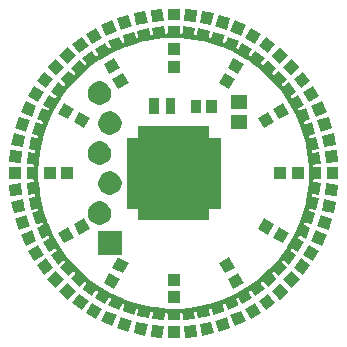
<source format=gts>
G04 #@! TF.GenerationSoftware,KiCad,Pcbnew,5.0.2-bee76a0~70~ubuntu18.04.1*
G04 #@! TF.CreationDate,2019-09-23T19:43:07+01:00*
G04 #@! TF.ProjectId,charliewatch-norf-routed,63686172-6c69-4657-9761-7463682d6e6f,rev?*
G04 #@! TF.SameCoordinates,Original*
G04 #@! TF.FileFunction,Soldermask,Top*
G04 #@! TF.FilePolarity,Negative*
%FSLAX46Y46*%
G04 Gerber Fmt 4.6, Leading zero omitted, Abs format (unit mm)*
G04 Created by KiCad (PCBNEW 5.0.2-bee76a0~70~ubuntu18.04.1) date Mon 23 Sep 2019 19:43:07 BST*
%MOMM*%
%LPD*%
G01*
G04 APERTURE LIST*
%ADD10C,0.100000*%
G04 APERTURE END LIST*
D10*
G36*
X149002700Y-118955200D02*
X147999500Y-118955200D01*
X147999500Y-117952000D01*
X149002700Y-117952000D01*
X149002700Y-118955200D01*
X149002700Y-118955200D01*
G37*
G36*
X147645569Y-117934489D02*
X147540706Y-118932194D01*
X146543001Y-118827331D01*
X146647864Y-117829626D01*
X147645569Y-117934489D01*
X147645569Y-117934489D01*
G37*
G36*
X150459198Y-118827331D02*
X149461493Y-118932194D01*
X149356630Y-117934489D01*
X150354335Y-117829626D01*
X150459198Y-118827331D01*
X150459198Y-118827331D01*
G37*
G36*
X146298494Y-117774001D02*
X146089917Y-118755280D01*
X145108638Y-118546703D01*
X145317215Y-117565424D01*
X146298494Y-117774001D01*
X146298494Y-117774001D01*
G37*
G36*
X151893562Y-118546703D02*
X150912283Y-118755280D01*
X150703706Y-117774001D01*
X151684985Y-117565424D01*
X151893562Y-118546703D01*
X151893562Y-118546703D01*
G37*
G36*
X144977090Y-117472545D02*
X144667084Y-118426645D01*
X143712984Y-118116639D01*
X144022990Y-117162539D01*
X144977090Y-117472545D01*
X144977090Y-117472545D01*
G37*
G36*
X153289216Y-118116639D02*
X152335116Y-118426645D01*
X152025110Y-117472545D01*
X152979210Y-117162539D01*
X153289216Y-118116639D01*
X153289216Y-118116639D01*
G37*
G36*
X143691942Y-117037263D02*
X143283903Y-117953732D01*
X142367434Y-117545693D01*
X142775473Y-116629224D01*
X143691942Y-117037263D01*
X143691942Y-117037263D01*
G37*
G36*
X154634765Y-117545693D02*
X153718296Y-117953732D01*
X153310257Y-117037263D01*
X154226726Y-116629224D01*
X154634765Y-117545693D01*
X154634765Y-117545693D01*
G37*
G36*
X149002700Y-93054997D02*
X149005102Y-93079383D01*
X149012215Y-93102832D01*
X149023766Y-93124443D01*
X149039312Y-93143385D01*
X149058254Y-93158931D01*
X149079865Y-93170482D01*
X149103314Y-93177595D01*
X149127700Y-93179997D01*
X149152086Y-93177595D01*
X149175535Y-93170482D01*
X149197146Y-93158931D01*
X149216088Y-93143385D01*
X149231634Y-93124443D01*
X149243185Y-93102832D01*
X149252015Y-93068063D01*
X149304701Y-92566789D01*
X150302406Y-92671652D01*
X150250350Y-93166935D01*
X150250189Y-93191439D01*
X150254813Y-93215503D01*
X150264042Y-93238203D01*
X150277522Y-93258666D01*
X150294735Y-93276106D01*
X150315020Y-93289853D01*
X150337597Y-93299379D01*
X150361599Y-93304316D01*
X150386103Y-93304477D01*
X150410167Y-93299853D01*
X150432867Y-93290624D01*
X150453330Y-93277144D01*
X150470770Y-93259931D01*
X150484517Y-93239646D01*
X150496933Y-93205990D01*
X150600415Y-92719143D01*
X151581694Y-92927720D01*
X151480383Y-93404349D01*
X151477662Y-93428702D01*
X151479744Y-93453117D01*
X151486550Y-93476658D01*
X151497817Y-93498418D01*
X151513113Y-93517562D01*
X151531850Y-93533354D01*
X151553308Y-93545187D01*
X151576662Y-93552606D01*
X151601015Y-93555327D01*
X151625430Y-93553245D01*
X151648971Y-93546439D01*
X151670731Y-93535172D01*
X151689875Y-93519876D01*
X151705667Y-93501139D01*
X151721533Y-93468965D01*
X151871590Y-93007139D01*
X152825690Y-93317145D01*
X152757016Y-93528503D01*
X152671553Y-93791529D01*
X152666301Y-93815464D01*
X152665820Y-93839963D01*
X152670128Y-93864086D01*
X152679059Y-93886905D01*
X152692270Y-93907543D01*
X152709254Y-93925207D01*
X152729357Y-93939218D01*
X152751808Y-93949038D01*
X152775743Y-93954290D01*
X152800242Y-93954771D01*
X152824365Y-93950463D01*
X152847184Y-93941532D01*
X152867822Y-93928321D01*
X152885486Y-93911337D01*
X152904628Y-93880998D01*
X153108192Y-93423787D01*
X154024661Y-93831826D01*
X153823920Y-94282697D01*
X153816195Y-94305952D01*
X153813156Y-94330267D01*
X153814918Y-94354708D01*
X153821415Y-94378335D01*
X153832397Y-94400241D01*
X153847441Y-94419583D01*
X153865970Y-94435619D01*
X153887271Y-94447732D01*
X153910526Y-94455457D01*
X153934841Y-94458496D01*
X153959282Y-94456734D01*
X153982909Y-94450237D01*
X154004815Y-94439255D01*
X154024157Y-94424211D01*
X154046366Y-94396039D01*
X154292501Y-93969720D01*
X155161299Y-94471320D01*
X154913199Y-94901043D01*
X154903086Y-94923363D01*
X154897521Y-94947227D01*
X154896720Y-94971718D01*
X154900711Y-94995895D01*
X154909343Y-95018829D01*
X154922283Y-95039638D01*
X154939034Y-95057523D01*
X154958952Y-95071796D01*
X154981272Y-95081909D01*
X155005136Y-95087474D01*
X155029627Y-95088275D01*
X155053804Y-95084284D01*
X155076738Y-95075652D01*
X155097547Y-95062712D01*
X155122579Y-95037016D01*
X155135793Y-95018829D01*
X155414350Y-94635427D01*
X156225956Y-95225093D01*
X155935334Y-95625100D01*
X155922943Y-95646241D01*
X155914915Y-95669392D01*
X155911557Y-95693666D01*
X155913000Y-95718127D01*
X155919187Y-95741838D01*
X155929881Y-95763885D01*
X155944671Y-95783423D01*
X155962988Y-95799700D01*
X155984129Y-95812091D01*
X156007280Y-95820119D01*
X156031554Y-95823477D01*
X156056015Y-95822034D01*
X156079726Y-95815847D01*
X156101773Y-95805153D01*
X156129354Y-95782214D01*
X156460967Y-95413921D01*
X157206490Y-96085194D01*
X156876667Y-96451499D01*
X156862134Y-96471228D01*
X156851730Y-96493414D01*
X156845854Y-96517203D01*
X156844731Y-96541682D01*
X156848406Y-96565909D01*
X156856737Y-96588954D01*
X156869403Y-96609931D01*
X156885919Y-96628033D01*
X156905648Y-96642566D01*
X156927834Y-96652970D01*
X156951623Y-96658846D01*
X156976102Y-96659969D01*
X157000329Y-96656294D01*
X157023374Y-96647963D01*
X157053201Y-96628033D01*
X157419506Y-96298210D01*
X158090779Y-97043733D01*
X157722486Y-97375346D01*
X157705970Y-97393448D01*
X157693304Y-97414425D01*
X157684973Y-97437470D01*
X157681298Y-97461697D01*
X157682421Y-97486176D01*
X157688297Y-97509965D01*
X157698701Y-97532151D01*
X157713234Y-97551880D01*
X157731336Y-97568396D01*
X157752313Y-97581062D01*
X157775358Y-97589393D01*
X157799585Y-97593068D01*
X157824064Y-97591945D01*
X157847853Y-97586069D01*
X157879600Y-97569366D01*
X157879606Y-97569362D01*
X158279607Y-97278744D01*
X158869273Y-98090350D01*
X158520977Y-98343402D01*
X158467684Y-98382121D01*
X158449367Y-98398398D01*
X158434577Y-98417936D01*
X158423883Y-98439983D01*
X158417696Y-98463694D01*
X158416253Y-98488155D01*
X158419611Y-98512429D01*
X158427639Y-98535580D01*
X158440030Y-98556721D01*
X158456307Y-98575038D01*
X158475845Y-98589828D01*
X158497892Y-98600522D01*
X158521603Y-98606709D01*
X158546064Y-98608152D01*
X158570338Y-98604794D01*
X158603657Y-98591501D01*
X159033380Y-98343401D01*
X159534980Y-99212199D01*
X159108661Y-99458334D01*
X159088743Y-99472607D01*
X159071992Y-99490492D01*
X159059052Y-99511301D01*
X159050420Y-99534235D01*
X159046429Y-99558412D01*
X159047230Y-99582903D01*
X159052795Y-99606767D01*
X159062908Y-99629087D01*
X159077181Y-99649005D01*
X159095066Y-99665756D01*
X159115875Y-99678696D01*
X159138809Y-99687328D01*
X159162986Y-99691319D01*
X159187477Y-99690518D01*
X159222003Y-99680780D01*
X159672874Y-99480039D01*
X160080913Y-100396508D01*
X159623702Y-100600072D01*
X159602401Y-100612185D01*
X159583872Y-100628221D01*
X159568828Y-100647563D01*
X159557846Y-100669469D01*
X159551349Y-100693096D01*
X159549587Y-100717537D01*
X159552626Y-100741852D01*
X159560351Y-100765107D01*
X159572464Y-100786408D01*
X159588500Y-100804937D01*
X159607842Y-100819981D01*
X159629748Y-100830963D01*
X159653375Y-100837460D01*
X159677816Y-100839222D01*
X159713169Y-100833147D01*
X160187555Y-100679010D01*
X160497561Y-101633110D01*
X160035735Y-101783167D01*
X160013284Y-101792987D01*
X159993181Y-101806998D01*
X159976197Y-101824662D01*
X159962986Y-101845300D01*
X159954055Y-101868119D01*
X159949747Y-101892242D01*
X159950228Y-101916741D01*
X159955480Y-101940676D01*
X159965300Y-101963127D01*
X159979311Y-101983230D01*
X159996975Y-102000214D01*
X160017613Y-102013425D01*
X160040432Y-102022356D01*
X160064555Y-102026664D01*
X160100351Y-102024317D01*
X160576980Y-101923006D01*
X160785557Y-102904285D01*
X160298710Y-103007767D01*
X160275356Y-103015186D01*
X160253898Y-103027019D01*
X160235161Y-103042811D01*
X160219865Y-103061955D01*
X160208598Y-103083715D01*
X160201792Y-103107255D01*
X160199710Y-103131671D01*
X160202431Y-103156024D01*
X160209850Y-103179378D01*
X160221683Y-103200836D01*
X160237475Y-103219573D01*
X160256619Y-103234869D01*
X160278379Y-103246136D01*
X160301919Y-103252942D01*
X160337765Y-103254350D01*
X160833048Y-103202294D01*
X160937911Y-104199999D01*
X160436637Y-104252685D01*
X160412635Y-104257623D01*
X160390058Y-104267148D01*
X160369773Y-104280895D01*
X160352560Y-104298335D01*
X160339080Y-104318798D01*
X160329851Y-104341498D01*
X160325227Y-104365562D01*
X160325388Y-104390066D01*
X160330326Y-104414068D01*
X160339851Y-104436645D01*
X160353598Y-104456930D01*
X160371038Y-104474143D01*
X160391501Y-104487623D01*
X160414201Y-104496852D01*
X160449703Y-104502000D01*
X160952700Y-104502000D01*
X160952700Y-105505200D01*
X160449694Y-105505200D01*
X160425308Y-105507602D01*
X160401859Y-105514715D01*
X160380248Y-105526266D01*
X160361306Y-105541812D01*
X160345760Y-105560754D01*
X160334209Y-105582365D01*
X160327096Y-105605814D01*
X160324694Y-105630200D01*
X160327096Y-105654586D01*
X160334209Y-105678035D01*
X160345760Y-105699646D01*
X160361306Y-105718588D01*
X160380248Y-105734134D01*
X160401859Y-105745685D01*
X160436628Y-105754515D01*
X160937911Y-105807202D01*
X160833048Y-106804907D01*
X160337775Y-106752852D01*
X160313271Y-106752691D01*
X160289207Y-106757315D01*
X160266507Y-106766544D01*
X160246044Y-106780024D01*
X160228604Y-106797237D01*
X160214857Y-106817522D01*
X160205331Y-106840099D01*
X160200394Y-106864101D01*
X160200233Y-106888605D01*
X160204857Y-106912669D01*
X160214086Y-106935369D01*
X160227566Y-106955832D01*
X160244779Y-106973272D01*
X160265064Y-106987019D01*
X160298720Y-106999435D01*
X160785557Y-107102915D01*
X160576980Y-108084194D01*
X160100351Y-107982883D01*
X160075998Y-107980162D01*
X160051583Y-107982244D01*
X160028042Y-107989050D01*
X160006282Y-108000317D01*
X159987138Y-108015613D01*
X159971346Y-108034350D01*
X159959513Y-108055808D01*
X159952094Y-108079162D01*
X159949373Y-108103515D01*
X159951455Y-108127930D01*
X159958261Y-108151471D01*
X159969528Y-108173231D01*
X159984824Y-108192375D01*
X160003561Y-108208167D01*
X160035735Y-108224033D01*
X160497561Y-108374090D01*
X160187555Y-109328190D01*
X159713163Y-109174051D01*
X159689228Y-109168799D01*
X159664729Y-109168318D01*
X159640606Y-109172626D01*
X159617787Y-109181557D01*
X159597149Y-109194768D01*
X159579485Y-109211752D01*
X159565474Y-109231855D01*
X159555654Y-109254306D01*
X159550402Y-109278241D01*
X159549921Y-109302740D01*
X159554229Y-109326863D01*
X159563160Y-109349682D01*
X159576371Y-109370320D01*
X159593355Y-109387984D01*
X159623692Y-109407125D01*
X160080913Y-109610693D01*
X159672874Y-110527162D01*
X159255750Y-110341446D01*
X159222009Y-110326424D01*
X159198755Y-110318699D01*
X159174440Y-110315660D01*
X159149999Y-110317422D01*
X159126372Y-110323919D01*
X159104466Y-110334901D01*
X159085124Y-110349945D01*
X159069088Y-110368474D01*
X159056975Y-110389775D01*
X159049250Y-110413030D01*
X159046211Y-110437345D01*
X159047973Y-110461786D01*
X159054470Y-110485413D01*
X159065452Y-110507319D01*
X159080496Y-110526661D01*
X159108668Y-110548870D01*
X159534980Y-110795001D01*
X159033380Y-111663799D01*
X158603651Y-111415695D01*
X158581331Y-111405582D01*
X158557467Y-111400017D01*
X158532976Y-111399216D01*
X158508799Y-111403207D01*
X158485865Y-111411839D01*
X158465056Y-111424779D01*
X158447171Y-111441530D01*
X158432898Y-111461448D01*
X158422785Y-111483768D01*
X158417220Y-111507632D01*
X158416419Y-111532123D01*
X158420410Y-111556300D01*
X158429042Y-111579234D01*
X158441982Y-111600043D01*
X158467678Y-111625075D01*
X158520977Y-111663799D01*
X158869273Y-111916851D01*
X158279607Y-112728457D01*
X158027799Y-112545508D01*
X157879600Y-112437835D01*
X157858459Y-112425444D01*
X157835308Y-112417416D01*
X157811034Y-112414058D01*
X157786573Y-112415501D01*
X157762862Y-112421688D01*
X157740815Y-112432382D01*
X157721277Y-112447172D01*
X157705000Y-112465489D01*
X157692609Y-112486630D01*
X157684581Y-112509781D01*
X157681223Y-112534055D01*
X157682666Y-112558516D01*
X157688853Y-112582227D01*
X157699547Y-112604274D01*
X157722486Y-112631855D01*
X158090779Y-112963468D01*
X157419506Y-113708991D01*
X157053201Y-113379168D01*
X157033472Y-113364635D01*
X157011286Y-113354231D01*
X156987497Y-113348355D01*
X156963018Y-113347232D01*
X156938791Y-113350907D01*
X156915746Y-113359238D01*
X156894769Y-113371904D01*
X156876667Y-113388420D01*
X156862134Y-113408149D01*
X156851730Y-113430335D01*
X156845854Y-113454124D01*
X156844731Y-113478603D01*
X156848406Y-113502830D01*
X156856737Y-113525875D01*
X156876667Y-113555702D01*
X157206490Y-113922007D01*
X156460967Y-114593280D01*
X156129358Y-114224992D01*
X156111255Y-114208476D01*
X156090279Y-114195810D01*
X156067234Y-114187479D01*
X156043007Y-114183804D01*
X156018528Y-114184927D01*
X155994739Y-114190803D01*
X155972553Y-114201207D01*
X155952824Y-114215740D01*
X155936308Y-114233843D01*
X155923642Y-114254819D01*
X155915311Y-114277864D01*
X155911636Y-114302091D01*
X155912759Y-114326570D01*
X155918635Y-114350359D01*
X155935337Y-114382104D01*
X156225956Y-114782107D01*
X155414350Y-115371773D01*
X155221369Y-115106157D01*
X155122574Y-114970178D01*
X155106302Y-114951867D01*
X155086764Y-114937077D01*
X155064717Y-114926383D01*
X155041006Y-114920196D01*
X155016545Y-114918753D01*
X154992271Y-114922111D01*
X154969120Y-114930139D01*
X154947979Y-114942530D01*
X154929662Y-114958807D01*
X154914872Y-114978345D01*
X154904178Y-115000392D01*
X154897991Y-115024103D01*
X154896548Y-115048564D01*
X154899906Y-115072838D01*
X154913199Y-115106157D01*
X155161299Y-115535880D01*
X154292501Y-116037480D01*
X154046364Y-115611157D01*
X154032091Y-115591239D01*
X154014206Y-115574488D01*
X153993397Y-115561548D01*
X153970463Y-115552916D01*
X153946286Y-115548925D01*
X153921795Y-115549726D01*
X153897931Y-115555291D01*
X153875611Y-115565404D01*
X153855693Y-115579677D01*
X153838942Y-115597562D01*
X153826002Y-115618371D01*
X153817370Y-115641305D01*
X153813379Y-115665482D01*
X153814180Y-115689973D01*
X153823918Y-115724499D01*
X153974564Y-116062855D01*
X154024661Y-116175375D01*
X153108192Y-116583414D01*
X153065409Y-116487322D01*
X152904628Y-116126202D01*
X152892517Y-116104905D01*
X152876481Y-116086376D01*
X152857139Y-116071332D01*
X152835233Y-116060350D01*
X152811606Y-116053853D01*
X152787165Y-116052091D01*
X152762850Y-116055130D01*
X152739595Y-116062855D01*
X152718294Y-116074968D01*
X152699765Y-116091004D01*
X152684721Y-116110346D01*
X152673739Y-116132252D01*
X152667242Y-116155879D01*
X152665480Y-116180320D01*
X152671555Y-116215675D01*
X152776360Y-116538233D01*
X152825690Y-116690055D01*
X151871590Y-117000061D01*
X151833473Y-116882749D01*
X151721533Y-116538232D01*
X151711713Y-116515782D01*
X151697702Y-116495679D01*
X151680038Y-116478695D01*
X151659400Y-116465484D01*
X151636581Y-116456553D01*
X151612458Y-116452245D01*
X151587959Y-116452726D01*
X151564024Y-116457978D01*
X151541573Y-116467798D01*
X151521470Y-116481809D01*
X151504486Y-116499473D01*
X151491275Y-116520111D01*
X151482344Y-116542930D01*
X151478036Y-116567053D01*
X151480383Y-116602849D01*
X151581694Y-117079481D01*
X150600415Y-117288058D01*
X150496933Y-116801211D01*
X150489514Y-116777857D01*
X150477681Y-116756399D01*
X150461889Y-116737662D01*
X150442745Y-116722366D01*
X150420985Y-116711099D01*
X150397445Y-116704293D01*
X150373029Y-116702211D01*
X150348676Y-116704932D01*
X150325322Y-116712351D01*
X150303864Y-116724184D01*
X150285127Y-116739976D01*
X150269831Y-116759120D01*
X150258564Y-116780880D01*
X150251758Y-116804420D01*
X150250350Y-116840266D01*
X150302406Y-117335549D01*
X149304701Y-117440412D01*
X149252015Y-116939138D01*
X149247077Y-116915136D01*
X149237552Y-116892559D01*
X149223805Y-116872274D01*
X149206365Y-116855061D01*
X149185902Y-116841581D01*
X149163202Y-116832352D01*
X149139138Y-116827728D01*
X149114634Y-116827889D01*
X149090632Y-116832827D01*
X149068055Y-116842352D01*
X149047770Y-116856099D01*
X149030557Y-116873539D01*
X149017077Y-116894002D01*
X149007848Y-116916702D01*
X149002700Y-116952204D01*
X149002700Y-117455200D01*
X147999500Y-117455200D01*
X147999500Y-116952195D01*
X147997098Y-116927809D01*
X147989985Y-116904360D01*
X147978434Y-116882749D01*
X147962888Y-116863807D01*
X147943946Y-116848261D01*
X147922335Y-116836710D01*
X147898886Y-116829597D01*
X147874500Y-116827195D01*
X147850114Y-116829597D01*
X147826665Y-116836710D01*
X147805054Y-116848261D01*
X147786112Y-116863807D01*
X147770566Y-116882749D01*
X147759015Y-116904360D01*
X147750185Y-116939129D01*
X147697498Y-117440412D01*
X146699793Y-117335549D01*
X146751848Y-116840276D01*
X146752009Y-116815772D01*
X146747385Y-116791708D01*
X146738156Y-116769008D01*
X146724676Y-116748545D01*
X146707463Y-116731105D01*
X146687178Y-116717358D01*
X146664601Y-116707832D01*
X146640599Y-116702895D01*
X146616095Y-116702734D01*
X146592031Y-116707358D01*
X146569331Y-116716587D01*
X146548868Y-116730067D01*
X146531428Y-116747280D01*
X146517681Y-116767565D01*
X146505265Y-116801221D01*
X146401785Y-117288058D01*
X145420506Y-117079481D01*
X145521817Y-116602849D01*
X145524538Y-116578496D01*
X145522456Y-116554081D01*
X145515650Y-116530540D01*
X145504383Y-116508780D01*
X145489087Y-116489636D01*
X145470350Y-116473844D01*
X145448892Y-116462011D01*
X145425538Y-116454592D01*
X145401185Y-116451871D01*
X145376770Y-116453953D01*
X145353229Y-116460759D01*
X145331469Y-116472026D01*
X145312325Y-116487322D01*
X145296533Y-116506059D01*
X145280667Y-116538233D01*
X145130610Y-117000061D01*
X144176510Y-116690055D01*
X144330648Y-116215667D01*
X144335900Y-116191732D01*
X144336381Y-116167233D01*
X144332073Y-116143110D01*
X144323142Y-116120291D01*
X144309931Y-116099653D01*
X144292947Y-116081989D01*
X144272844Y-116067978D01*
X144250393Y-116058158D01*
X144226458Y-116052906D01*
X144201959Y-116052425D01*
X144177836Y-116056733D01*
X144155017Y-116065664D01*
X144134379Y-116078875D01*
X144116715Y-116095859D01*
X144097573Y-116126198D01*
X143894007Y-116583414D01*
X142977538Y-116175375D01*
X143178281Y-115724499D01*
X143186003Y-115701252D01*
X143189042Y-115676937D01*
X143187280Y-115652496D01*
X143180783Y-115628869D01*
X143169801Y-115606963D01*
X143154757Y-115587621D01*
X143136228Y-115571585D01*
X143114927Y-115559472D01*
X143091672Y-115551747D01*
X143067357Y-115548708D01*
X143042916Y-115550470D01*
X143019289Y-115556967D01*
X142997383Y-115567949D01*
X142978041Y-115582993D01*
X142955832Y-115611165D01*
X142709699Y-116037480D01*
X141840901Y-115535880D01*
X142089005Y-115106151D01*
X142099118Y-115083831D01*
X142104683Y-115059967D01*
X142105484Y-115035476D01*
X142101493Y-115011299D01*
X142092861Y-114988365D01*
X142079921Y-114967556D01*
X142063170Y-114949671D01*
X142043252Y-114935398D01*
X142020932Y-114925285D01*
X141997068Y-114919720D01*
X141972577Y-114918919D01*
X141948400Y-114922910D01*
X141925466Y-114931542D01*
X141904657Y-114944482D01*
X141879625Y-114970178D01*
X141697685Y-115220597D01*
X141587849Y-115371773D01*
X140776243Y-114782107D01*
X140893855Y-114620228D01*
X141066863Y-114382103D01*
X141079252Y-114360965D01*
X141087280Y-114337814D01*
X141090638Y-114313541D01*
X141089195Y-114289079D01*
X141083008Y-114265368D01*
X141072314Y-114243321D01*
X141057524Y-114223783D01*
X141039207Y-114207506D01*
X141018066Y-114195115D01*
X140994915Y-114187087D01*
X140970642Y-114183729D01*
X140946180Y-114185172D01*
X140922469Y-114191359D01*
X140900422Y-114202053D01*
X140872841Y-114224992D01*
X140541232Y-114593280D01*
X139795709Y-113922007D01*
X140125532Y-113555702D01*
X140140065Y-113535973D01*
X140150469Y-113513787D01*
X140156345Y-113489998D01*
X140157468Y-113465519D01*
X140153793Y-113441292D01*
X140145462Y-113418247D01*
X140132796Y-113397270D01*
X140116280Y-113379168D01*
X140096551Y-113364635D01*
X140074365Y-113354231D01*
X140050576Y-113348355D01*
X140026097Y-113347232D01*
X140001870Y-113350907D01*
X139978825Y-113359238D01*
X139948998Y-113379168D01*
X139582693Y-113708991D01*
X138911420Y-112963468D01*
X139279708Y-112631859D01*
X139296224Y-112613756D01*
X139308890Y-112592780D01*
X139317221Y-112569735D01*
X139320896Y-112545508D01*
X139319773Y-112521029D01*
X139313897Y-112497240D01*
X139303493Y-112475054D01*
X139288960Y-112455325D01*
X139270857Y-112438809D01*
X139249881Y-112426143D01*
X139226836Y-112417812D01*
X139202609Y-112414137D01*
X139178130Y-112415260D01*
X139154341Y-112421136D01*
X139122596Y-112437838D01*
X138722593Y-112728457D01*
X138132927Y-111916851D01*
X138481223Y-111663799D01*
X138534522Y-111625075D01*
X138552839Y-111608798D01*
X138567629Y-111589260D01*
X138578323Y-111567213D01*
X138584510Y-111543502D01*
X138585953Y-111519041D01*
X138582595Y-111494767D01*
X138574567Y-111471616D01*
X138562176Y-111450475D01*
X138545899Y-111432158D01*
X138526361Y-111417368D01*
X138504314Y-111406674D01*
X138480603Y-111400487D01*
X138456142Y-111399044D01*
X138431868Y-111402402D01*
X138398549Y-111415695D01*
X137968820Y-111663799D01*
X137467220Y-110795001D01*
X137893535Y-110548868D01*
X137913453Y-110534595D01*
X137930204Y-110516710D01*
X137943144Y-110495901D01*
X137951776Y-110472967D01*
X137955767Y-110448790D01*
X137954966Y-110424299D01*
X137949401Y-110400435D01*
X137939288Y-110378115D01*
X137925015Y-110358197D01*
X137907130Y-110341446D01*
X137886321Y-110328506D01*
X137863387Y-110319874D01*
X137839210Y-110315883D01*
X137814719Y-110316684D01*
X137780195Y-110326422D01*
X137329325Y-110527162D01*
X136921286Y-109610693D01*
X137378502Y-109407127D01*
X137399803Y-109395014D01*
X137418332Y-109378978D01*
X137433376Y-109359636D01*
X137444358Y-109337730D01*
X137450855Y-109314103D01*
X137452617Y-109289662D01*
X137449578Y-109265347D01*
X137441853Y-109242092D01*
X137429740Y-109220791D01*
X137413704Y-109202262D01*
X137394362Y-109187218D01*
X137372456Y-109176236D01*
X137348829Y-109169739D01*
X137324388Y-109167977D01*
X137289033Y-109174052D01*
X137008056Y-109265347D01*
X136814645Y-109328190D01*
X136504639Y-108374090D01*
X136966467Y-108224033D01*
X136988918Y-108214213D01*
X137009021Y-108200202D01*
X137026005Y-108182538D01*
X137039216Y-108161900D01*
X137048147Y-108139081D01*
X137052455Y-108114958D01*
X137051974Y-108090459D01*
X137046722Y-108066524D01*
X137036902Y-108044073D01*
X137022891Y-108023970D01*
X137005227Y-108006986D01*
X136984589Y-107993775D01*
X136961770Y-107984844D01*
X136937647Y-107980536D01*
X136901851Y-107982883D01*
X136425219Y-108084194D01*
X136216642Y-107102915D01*
X136703479Y-106999435D01*
X136726833Y-106992016D01*
X136748291Y-106980183D01*
X136767028Y-106964391D01*
X136782324Y-106945247D01*
X136793591Y-106923487D01*
X136800397Y-106899946D01*
X136802479Y-106875531D01*
X136799758Y-106851178D01*
X136792339Y-106827824D01*
X136780506Y-106806366D01*
X136764714Y-106787629D01*
X136745570Y-106772333D01*
X136723810Y-106761066D01*
X136700269Y-106754260D01*
X136664424Y-106752852D01*
X136169151Y-106804907D01*
X136064288Y-105807202D01*
X136565571Y-105754515D01*
X136589573Y-105749577D01*
X136612150Y-105740052D01*
X136632435Y-105726305D01*
X136649648Y-105708865D01*
X136663128Y-105688402D01*
X136672357Y-105665702D01*
X136676981Y-105641638D01*
X136676820Y-105617134D01*
X136671882Y-105593132D01*
X136662357Y-105570555D01*
X136648610Y-105550270D01*
X136631170Y-105533057D01*
X136610707Y-105519577D01*
X136588007Y-105510348D01*
X136552505Y-105505200D01*
X136049500Y-105505200D01*
X136049500Y-104502000D01*
X136552496Y-104502000D01*
X136576882Y-104499598D01*
X136600331Y-104492485D01*
X136621942Y-104480934D01*
X136640884Y-104465388D01*
X136656430Y-104446446D01*
X136667981Y-104424835D01*
X136675094Y-104401386D01*
X136675247Y-104399828D01*
X137052700Y-104399828D01*
X137052700Y-105607373D01*
X137053385Y-105620439D01*
X137061993Y-105702339D01*
X137146062Y-106502200D01*
X137176181Y-106788769D01*
X137178228Y-106801692D01*
X137422153Y-107949265D01*
X137425539Y-107961903D01*
X137557845Y-108369101D01*
X137753317Y-108970701D01*
X137802157Y-109121017D01*
X137806846Y-109133232D01*
X137837755Y-109202654D01*
X137920269Y-109387984D01*
X138278161Y-110191820D01*
X138284101Y-110203478D01*
X138884474Y-111243356D01*
X138891600Y-111254329D01*
X139594625Y-112221960D01*
X139602859Y-112232128D01*
X140389579Y-113105869D01*
X140398831Y-113115121D01*
X141272572Y-113901841D01*
X141282740Y-113910075D01*
X142250371Y-114613100D01*
X142261344Y-114620226D01*
X143301222Y-115220599D01*
X143312880Y-115226539D01*
X143385577Y-115258906D01*
X144302046Y-115666945D01*
X144371468Y-115697854D01*
X144383683Y-115702543D01*
X144486516Y-115735955D01*
X144883870Y-115865063D01*
X145542797Y-116079161D01*
X145555435Y-116082547D01*
X146703008Y-116326472D01*
X146715931Y-116328519D01*
X146804656Y-116337844D01*
X147783273Y-116440701D01*
X147884261Y-116451315D01*
X147897327Y-116452000D01*
X149104872Y-116452000D01*
X149117938Y-116451315D01*
X150286270Y-116328518D01*
X150299193Y-116326471D01*
X151446765Y-116082547D01*
X151459403Y-116079161D01*
X152361441Y-115786072D01*
X152515684Y-115735955D01*
X152618513Y-115702544D01*
X152630728Y-115697855D01*
X153689323Y-115226537D01*
X153700981Y-115220597D01*
X154740852Y-114620228D01*
X154751825Y-114613102D01*
X155719459Y-113910075D01*
X155729627Y-113901841D01*
X156603368Y-113115121D01*
X156612620Y-113105869D01*
X157399345Y-112232123D01*
X157407579Y-112221955D01*
X157813104Y-111663798D01*
X158057667Y-111327185D01*
X158110600Y-111254329D01*
X158117726Y-111243356D01*
X158718095Y-110203485D01*
X158724035Y-110191827D01*
X159195356Y-109133224D01*
X159200045Y-109121009D01*
X159444356Y-108369099D01*
X159543461Y-108064084D01*
X159576659Y-107961912D01*
X159580045Y-107949274D01*
X159823971Y-106801692D01*
X159826018Y-106788769D01*
X159856138Y-106502200D01*
X159940206Y-105702339D01*
X159948815Y-105620430D01*
X159949500Y-105607364D01*
X159949500Y-104399837D01*
X159948815Y-104386771D01*
X159826017Y-103218430D01*
X159823970Y-103205507D01*
X159580045Y-102057926D01*
X159576659Y-102045288D01*
X159543461Y-101943116D01*
X159233455Y-100989016D01*
X159233456Y-100989016D01*
X159200047Y-100886195D01*
X159195358Y-100873980D01*
X159146885Y-100765107D01*
X158756405Y-99888078D01*
X158724033Y-99815369D01*
X158718093Y-99803711D01*
X158117728Y-98763848D01*
X158110602Y-98752875D01*
X157548260Y-97978877D01*
X157468001Y-97868410D01*
X157407579Y-97785246D01*
X157399345Y-97775078D01*
X156612620Y-96901332D01*
X156603368Y-96892080D01*
X155729622Y-96105355D01*
X155719454Y-96097121D01*
X155327144Y-95812091D01*
X154824684Y-95447033D01*
X154751825Y-95394098D01*
X154740852Y-95386972D01*
X153700989Y-94786607D01*
X153689331Y-94780667D01*
X153616622Y-94748295D01*
X152700153Y-94340256D01*
X152630720Y-94309342D01*
X152618505Y-94304653D01*
X152515684Y-94271244D01*
X152515684Y-94271245D01*
X151561584Y-93961239D01*
X151459412Y-93928041D01*
X151446774Y-93924655D01*
X150299193Y-93680730D01*
X150286270Y-93678683D01*
X149117929Y-93555885D01*
X149104863Y-93555200D01*
X147897336Y-93555200D01*
X147884270Y-93555885D01*
X147802361Y-93564494D01*
X146804656Y-93669357D01*
X146715931Y-93678682D01*
X146703008Y-93680729D01*
X145555426Y-93924655D01*
X145542788Y-93928041D01*
X145440616Y-93961239D01*
X144486516Y-94271245D01*
X144383691Y-94304655D01*
X144371476Y-94309344D01*
X143312873Y-94780665D01*
X143301215Y-94786605D01*
X142261344Y-95386974D01*
X142250371Y-95394100D01*
X142177515Y-95447033D01*
X141365909Y-96036699D01*
X141282745Y-96097121D01*
X141272577Y-96105355D01*
X140398831Y-96892080D01*
X140389579Y-96901332D01*
X139602859Y-97775073D01*
X139594625Y-97785241D01*
X138999770Y-98603989D01*
X138944533Y-98680016D01*
X138891598Y-98752875D01*
X138884472Y-98763848D01*
X138284103Y-99803719D01*
X138278163Y-99815377D01*
X137871411Y-100728955D01*
X137837755Y-100804547D01*
X137806845Y-100873972D01*
X137802156Y-100886187D01*
X137425539Y-102045297D01*
X137422153Y-102057935D01*
X137178229Y-103205507D01*
X137176182Y-103218430D01*
X137076487Y-104166958D01*
X137061993Y-104304862D01*
X137053385Y-104386762D01*
X137052700Y-104399828D01*
X136675247Y-104399828D01*
X136677496Y-104377000D01*
X136675094Y-104352614D01*
X136667981Y-104329165D01*
X136656430Y-104307554D01*
X136640884Y-104288612D01*
X136621942Y-104273066D01*
X136600331Y-104261515D01*
X136565562Y-104252685D01*
X136064288Y-104199999D01*
X136169151Y-103202294D01*
X136664434Y-103254350D01*
X136688938Y-103254511D01*
X136713002Y-103249887D01*
X136735702Y-103240658D01*
X136756165Y-103227178D01*
X136773605Y-103209965D01*
X136787352Y-103189680D01*
X136796878Y-103167103D01*
X136801815Y-103143101D01*
X136801976Y-103118597D01*
X136797352Y-103094533D01*
X136788123Y-103071833D01*
X136774643Y-103051370D01*
X136757430Y-103033930D01*
X136737145Y-103020183D01*
X136703489Y-103007767D01*
X136216642Y-102904285D01*
X136425219Y-101923006D01*
X136901851Y-102024317D01*
X136926204Y-102027038D01*
X136950619Y-102024956D01*
X136974160Y-102018150D01*
X136995920Y-102006883D01*
X137015064Y-101991587D01*
X137030856Y-101972850D01*
X137042689Y-101951392D01*
X137050108Y-101928038D01*
X137052829Y-101903685D01*
X137050747Y-101879270D01*
X137043941Y-101855729D01*
X137032674Y-101833969D01*
X137017378Y-101814825D01*
X136998641Y-101799033D01*
X136966467Y-101783167D01*
X136504639Y-101633110D01*
X136814645Y-100679010D01*
X137289025Y-100833145D01*
X137312960Y-100838397D01*
X137337459Y-100838878D01*
X137361582Y-100834570D01*
X137384401Y-100825639D01*
X137405039Y-100812428D01*
X137422703Y-100795444D01*
X137436714Y-100775341D01*
X137446534Y-100752890D01*
X137451786Y-100728955D01*
X137452267Y-100704456D01*
X137447959Y-100680333D01*
X137439028Y-100657514D01*
X137425817Y-100636876D01*
X137408833Y-100619212D01*
X137378497Y-100600072D01*
X136921286Y-100396508D01*
X137329325Y-99480039D01*
X137780201Y-99680782D01*
X137803456Y-99688507D01*
X137827771Y-99691546D01*
X137852212Y-99689784D01*
X137875839Y-99683287D01*
X137897745Y-99672305D01*
X137917087Y-99657261D01*
X137933123Y-99638732D01*
X137945236Y-99617431D01*
X137952961Y-99594176D01*
X137956000Y-99569861D01*
X137954238Y-99545420D01*
X137947741Y-99521793D01*
X137936759Y-99499887D01*
X137921715Y-99480545D01*
X137893543Y-99458336D01*
X137467220Y-99212199D01*
X137968820Y-98343401D01*
X138398543Y-98591501D01*
X138420863Y-98601614D01*
X138444727Y-98607179D01*
X138469218Y-98607980D01*
X138493395Y-98603989D01*
X138516329Y-98595357D01*
X138537138Y-98582417D01*
X138555023Y-98565666D01*
X138569296Y-98545748D01*
X138579409Y-98523428D01*
X138584974Y-98499564D01*
X138585775Y-98475073D01*
X138581784Y-98450896D01*
X138573152Y-98427962D01*
X138560212Y-98407153D01*
X138534516Y-98382121D01*
X138481224Y-98343402D01*
X138132927Y-98090350D01*
X138722593Y-97278744D01*
X139122597Y-97569364D01*
X139143735Y-97581753D01*
X139166886Y-97589781D01*
X139191159Y-97593139D01*
X139215621Y-97591696D01*
X139239332Y-97585509D01*
X139261379Y-97574815D01*
X139280917Y-97560025D01*
X139297194Y-97541708D01*
X139309585Y-97520567D01*
X139317613Y-97497416D01*
X139320971Y-97473143D01*
X139319528Y-97448681D01*
X139313341Y-97424970D01*
X139302647Y-97402923D01*
X139279708Y-97375342D01*
X138911420Y-97043733D01*
X139582693Y-96298210D01*
X139948998Y-96628033D01*
X139968727Y-96642566D01*
X139990913Y-96652970D01*
X140014702Y-96658846D01*
X140039181Y-96659969D01*
X140063408Y-96656294D01*
X140086453Y-96647963D01*
X140107430Y-96635297D01*
X140125532Y-96618781D01*
X140140065Y-96599052D01*
X140150469Y-96576866D01*
X140156345Y-96553077D01*
X140157468Y-96528598D01*
X140153793Y-96504371D01*
X140145462Y-96481326D01*
X140125532Y-96451499D01*
X139795709Y-96085194D01*
X140541232Y-95413921D01*
X140872845Y-95782214D01*
X140890947Y-95798730D01*
X140911924Y-95811396D01*
X140934969Y-95819727D01*
X140959196Y-95823402D01*
X140983675Y-95822279D01*
X141007464Y-95816403D01*
X141029650Y-95805999D01*
X141049379Y-95791466D01*
X141065895Y-95773364D01*
X141078561Y-95752387D01*
X141086892Y-95729342D01*
X141090567Y-95705115D01*
X141089444Y-95680636D01*
X141083568Y-95656847D01*
X141066865Y-95625100D01*
X140776243Y-95225093D01*
X141587849Y-94635427D01*
X141879625Y-95037022D01*
X141895902Y-95055339D01*
X141915440Y-95070129D01*
X141937487Y-95080823D01*
X141961198Y-95087010D01*
X141985659Y-95088453D01*
X142009933Y-95085095D01*
X142033084Y-95077067D01*
X142054225Y-95064676D01*
X142072542Y-95048399D01*
X142087332Y-95028861D01*
X142098026Y-95006814D01*
X142104213Y-94983103D01*
X142105656Y-94958642D01*
X142102298Y-94934368D01*
X142089005Y-94901049D01*
X141840901Y-94471320D01*
X142709699Y-93969720D01*
X142955830Y-94396032D01*
X142970103Y-94415950D01*
X142987988Y-94432701D01*
X143008797Y-94445641D01*
X143031731Y-94454273D01*
X143055908Y-94458264D01*
X143080399Y-94457463D01*
X143104263Y-94451898D01*
X143126583Y-94441785D01*
X143146501Y-94427512D01*
X143163252Y-94409627D01*
X143176192Y-94388818D01*
X143184824Y-94365884D01*
X143188815Y-94341707D01*
X143188014Y-94317216D01*
X143178276Y-94282690D01*
X142977538Y-93831826D01*
X143894007Y-93423787D01*
X144097571Y-93880998D01*
X144097574Y-93881006D01*
X144109687Y-93902307D01*
X144125723Y-93920836D01*
X144145065Y-93935880D01*
X144166971Y-93946862D01*
X144190598Y-93953359D01*
X144215039Y-93955121D01*
X144239354Y-93952082D01*
X144262609Y-93944357D01*
X144283910Y-93932244D01*
X144302439Y-93916208D01*
X144317483Y-93896866D01*
X144328465Y-93874960D01*
X144334962Y-93851333D01*
X144336724Y-93826892D01*
X144330649Y-93791537D01*
X144176510Y-93317145D01*
X145130610Y-93007139D01*
X145280667Y-93468965D01*
X145290487Y-93491416D01*
X145304498Y-93511519D01*
X145322162Y-93528503D01*
X145342800Y-93541714D01*
X145365619Y-93550645D01*
X145389742Y-93554953D01*
X145414241Y-93554472D01*
X145438176Y-93549220D01*
X145460627Y-93539400D01*
X145480730Y-93525389D01*
X145497714Y-93507725D01*
X145510925Y-93487087D01*
X145519856Y-93464268D01*
X145524164Y-93440145D01*
X145521817Y-93404349D01*
X145420506Y-92927720D01*
X146401785Y-92719143D01*
X146505265Y-93205980D01*
X146512684Y-93229334D01*
X146524517Y-93250792D01*
X146540309Y-93269529D01*
X146559453Y-93284825D01*
X146581213Y-93296092D01*
X146604754Y-93302898D01*
X146629169Y-93304980D01*
X146653522Y-93302259D01*
X146676876Y-93294840D01*
X146698334Y-93283007D01*
X146717071Y-93267215D01*
X146732367Y-93248071D01*
X146743634Y-93226311D01*
X146750440Y-93202770D01*
X146751848Y-93166925D01*
X146699793Y-92671652D01*
X147697498Y-92566789D01*
X147750185Y-93068072D01*
X147755123Y-93092074D01*
X147764648Y-93114651D01*
X147778395Y-93134936D01*
X147795835Y-93152149D01*
X147816298Y-93165629D01*
X147838998Y-93174858D01*
X147863062Y-93179482D01*
X147887566Y-93179321D01*
X147911568Y-93174383D01*
X147934145Y-93164858D01*
X147954430Y-93151111D01*
X147971643Y-93133671D01*
X147985123Y-93113208D01*
X147994352Y-93090508D01*
X147999500Y-93055006D01*
X147999500Y-92552000D01*
X149002700Y-92552000D01*
X149002700Y-93054997D01*
X149002700Y-93054997D01*
G37*
G36*
X149002700Y-116006260D02*
X147999500Y-116006260D01*
X147999500Y-115003060D01*
X149002700Y-115003060D01*
X149002700Y-116006260D01*
X149002700Y-116006260D01*
G37*
G36*
X154435558Y-114279678D02*
X153566760Y-114781278D01*
X153065160Y-113912480D01*
X153933958Y-113410880D01*
X154435558Y-114279678D01*
X154435558Y-114279678D01*
G37*
G36*
X143937039Y-113912480D02*
X143435439Y-114781278D01*
X142566641Y-114279678D01*
X143068241Y-113410880D01*
X143937039Y-113912480D01*
X143937039Y-113912480D01*
G37*
G36*
X149002700Y-114506260D02*
X147999500Y-114506260D01*
X147999500Y-113503060D01*
X149002700Y-113503060D01*
X149002700Y-114506260D01*
X149002700Y-114506260D01*
G37*
G36*
X153685558Y-112980640D02*
X152816760Y-113482240D01*
X152315160Y-112613442D01*
X153183958Y-112111842D01*
X153685558Y-112980640D01*
X153685558Y-112980640D01*
G37*
G36*
X143828919Y-112113088D02*
X143854807Y-112132953D01*
X144687039Y-112613442D01*
X144185439Y-113482240D01*
X143316641Y-112980640D01*
X143822228Y-112104936D01*
X143828919Y-112113088D01*
X143828919Y-112113088D01*
G37*
G36*
X144094200Y-111899700D02*
X143917307Y-111899700D01*
X143892921Y-111902102D01*
X143869472Y-111909215D01*
X143847861Y-111920766D01*
X143828919Y-111936312D01*
X143820957Y-111946014D01*
X143806633Y-111930720D01*
X143786715Y-111916447D01*
X143764395Y-111906334D01*
X143740531Y-111900769D01*
X143724215Y-111899700D01*
X142113000Y-111899700D01*
X142113000Y-109918500D01*
X144094200Y-109918500D01*
X144094200Y-111899700D01*
X144094200Y-111899700D01*
G37*
G36*
X140093820Y-110436459D02*
X139225022Y-110938059D01*
X138723422Y-110069261D01*
X139592220Y-109567661D01*
X140093820Y-110436459D01*
X140093820Y-110436459D01*
G37*
G36*
X158278777Y-110069261D02*
X157777177Y-110938059D01*
X156908379Y-110436459D01*
X157409979Y-109567661D01*
X158278777Y-110069261D01*
X158278777Y-110069261D01*
G37*
G36*
X141392858Y-109686459D02*
X140524060Y-110188059D01*
X140022460Y-109319261D01*
X140891258Y-108817661D01*
X141392858Y-109686459D01*
X141392858Y-109686459D01*
G37*
G36*
X156979739Y-109319261D02*
X156478139Y-110188059D01*
X155609341Y-109686459D01*
X156110941Y-108817661D01*
X156979739Y-109319261D01*
X156979739Y-109319261D01*
G37*
G36*
X142503547Y-107416568D02*
X142683824Y-107491241D01*
X142846074Y-107599653D01*
X142984047Y-107737626D01*
X143092459Y-107899876D01*
X143167132Y-108080153D01*
X143205200Y-108271533D01*
X143205200Y-108466667D01*
X143167132Y-108658047D01*
X143092459Y-108838324D01*
X142984047Y-109000574D01*
X142846074Y-109138547D01*
X142683824Y-109246959D01*
X142503547Y-109321632D01*
X142312167Y-109359700D01*
X142117033Y-109359700D01*
X141925653Y-109321632D01*
X141745376Y-109246959D01*
X141583126Y-109138547D01*
X141445153Y-109000574D01*
X141336741Y-108838324D01*
X141262068Y-108658047D01*
X141224000Y-108466667D01*
X141224000Y-108271533D01*
X141262068Y-108080153D01*
X141336741Y-107899876D01*
X141445153Y-107737626D01*
X141583126Y-107599653D01*
X141745376Y-107491241D01*
X141925653Y-107416568D01*
X142117033Y-107378500D01*
X142312167Y-107378500D01*
X142503547Y-107416568D01*
X142503547Y-107416568D01*
G37*
G36*
X151498300Y-101881400D02*
X151500702Y-101905786D01*
X151507815Y-101929235D01*
X151519366Y-101950846D01*
X151534912Y-101969788D01*
X151553854Y-101985334D01*
X151575465Y-101996885D01*
X151598914Y-102003998D01*
X151623300Y-102006400D01*
X152488900Y-102006400D01*
X152488900Y-108000800D01*
X151623300Y-108000800D01*
X151598914Y-108003202D01*
X151575465Y-108010315D01*
X151553854Y-108021866D01*
X151534912Y-108037412D01*
X151519366Y-108056354D01*
X151507815Y-108077965D01*
X151500702Y-108101414D01*
X151498300Y-108125800D01*
X151498300Y-108991400D01*
X145503900Y-108991400D01*
X145503900Y-108125800D01*
X145501498Y-108101414D01*
X145494385Y-108077965D01*
X145482834Y-108056354D01*
X145467288Y-108037412D01*
X145448346Y-108021866D01*
X145426735Y-108010315D01*
X145403286Y-108003202D01*
X145378900Y-108000800D01*
X144513300Y-108000800D01*
X144513300Y-102006400D01*
X145378900Y-102006400D01*
X145403286Y-102003998D01*
X145426735Y-101996885D01*
X145448346Y-101985334D01*
X145467288Y-101969788D01*
X145482834Y-101950846D01*
X145494385Y-101929235D01*
X145501498Y-101905786D01*
X145503900Y-101881400D01*
X145503900Y-101015800D01*
X151498300Y-101015800D01*
X151498300Y-101881400D01*
X151498300Y-101881400D01*
G37*
G36*
X143392547Y-104876568D02*
X143572824Y-104951241D01*
X143735074Y-105059653D01*
X143873047Y-105197626D01*
X143981459Y-105359876D01*
X144056132Y-105540153D01*
X144094200Y-105731533D01*
X144094200Y-105926667D01*
X144056132Y-106118047D01*
X143981459Y-106298324D01*
X143873047Y-106460574D01*
X143735074Y-106598547D01*
X143572824Y-106706959D01*
X143392547Y-106781632D01*
X143201167Y-106819700D01*
X143006033Y-106819700D01*
X142814653Y-106781632D01*
X142634376Y-106706959D01*
X142472126Y-106598547D01*
X142334153Y-106460574D01*
X142225741Y-106298324D01*
X142151068Y-106118047D01*
X142113000Y-105926667D01*
X142113000Y-105731533D01*
X142151068Y-105540153D01*
X142225741Y-105359876D01*
X142334153Y-105197626D01*
X142472126Y-105059653D01*
X142634376Y-104951241D01*
X142814653Y-104876568D01*
X143006033Y-104838500D01*
X143201167Y-104838500D01*
X143392547Y-104876568D01*
X143392547Y-104876568D01*
G37*
G36*
X138501640Y-105505200D02*
X137498440Y-105505200D01*
X137498440Y-104502000D01*
X138501640Y-104502000D01*
X138501640Y-105505200D01*
X138501640Y-105505200D01*
G37*
G36*
X158003759Y-105505200D02*
X157000559Y-105505200D01*
X157000559Y-104502000D01*
X158003759Y-104502000D01*
X158003759Y-105505200D01*
X158003759Y-105505200D01*
G37*
G36*
X159503759Y-105505200D02*
X158500559Y-105505200D01*
X158500559Y-104502000D01*
X159503759Y-104502000D01*
X159503759Y-105505200D01*
X159503759Y-105505200D01*
G37*
G36*
X140001640Y-105505200D02*
X138998440Y-105505200D01*
X138998440Y-104502000D01*
X140001640Y-104502000D01*
X140001640Y-105505200D01*
X140001640Y-105505200D01*
G37*
G36*
X142503547Y-102336568D02*
X142683824Y-102411241D01*
X142846074Y-102519653D01*
X142984047Y-102657626D01*
X143092459Y-102819876D01*
X143167132Y-103000153D01*
X143205200Y-103191533D01*
X143205200Y-103386667D01*
X143167132Y-103578047D01*
X143092459Y-103758324D01*
X142984047Y-103920574D01*
X142846074Y-104058547D01*
X142683824Y-104166959D01*
X142503547Y-104241632D01*
X142312167Y-104279700D01*
X142117033Y-104279700D01*
X141925653Y-104241632D01*
X141745376Y-104166959D01*
X141583126Y-104058547D01*
X141445153Y-103920574D01*
X141336741Y-103758324D01*
X141262068Y-103578047D01*
X141224000Y-103386667D01*
X141224000Y-103191533D01*
X141262068Y-103000153D01*
X141336741Y-102819876D01*
X141445153Y-102657626D01*
X141583126Y-102519653D01*
X141745376Y-102411241D01*
X141925653Y-102336568D01*
X142117033Y-102298500D01*
X142312167Y-102298500D01*
X142503547Y-102336568D01*
X142503547Y-102336568D01*
G37*
G36*
X143392547Y-99796568D02*
X143572824Y-99871241D01*
X143735074Y-99979653D01*
X143873047Y-100117626D01*
X143981459Y-100279876D01*
X144056132Y-100460153D01*
X144094200Y-100651533D01*
X144094200Y-100846667D01*
X144056132Y-101038047D01*
X143981459Y-101218324D01*
X143873047Y-101380574D01*
X143735074Y-101518547D01*
X143572824Y-101626959D01*
X143392547Y-101701632D01*
X143201167Y-101739700D01*
X143006033Y-101739700D01*
X142814653Y-101701632D01*
X142634376Y-101626959D01*
X142472126Y-101518547D01*
X142334153Y-101380574D01*
X142225741Y-101218324D01*
X142151068Y-101038047D01*
X142113000Y-100846667D01*
X142113000Y-100651533D01*
X142151068Y-100460153D01*
X142225741Y-100279876D01*
X142334153Y-100117626D01*
X142472126Y-99979653D01*
X142634376Y-99871241D01*
X142814653Y-99796568D01*
X143006033Y-99758500D01*
X143201167Y-99758500D01*
X143392547Y-99796568D01*
X143392547Y-99796568D01*
G37*
G36*
X154677200Y-101248200D02*
X153374000Y-101248200D01*
X153374000Y-100045000D01*
X154677200Y-100045000D01*
X154677200Y-101248200D01*
X154677200Y-101248200D01*
G37*
G36*
X156979739Y-100687940D02*
X156110941Y-101189540D01*
X155609341Y-100320742D01*
X156478139Y-99819142D01*
X156979739Y-100687940D01*
X156979739Y-100687940D01*
G37*
G36*
X141392858Y-100320742D02*
X140891258Y-101189540D01*
X140022460Y-100687940D01*
X140524060Y-99819142D01*
X141392858Y-100320742D01*
X141392858Y-100320742D01*
G37*
G36*
X140093820Y-99570742D02*
X139592220Y-100439540D01*
X138723422Y-99937940D01*
X139225022Y-99069142D01*
X140093820Y-99570742D01*
X140093820Y-99570742D01*
G37*
G36*
X158278777Y-99937940D02*
X157409979Y-100439540D01*
X156908379Y-99570742D01*
X157777177Y-99069142D01*
X158278777Y-99937940D01*
X158278777Y-99937940D01*
G37*
G36*
X147250200Y-99940200D02*
X146447000Y-99940200D01*
X146447000Y-98637000D01*
X147250200Y-98637000D01*
X147250200Y-99940200D01*
X147250200Y-99940200D01*
G37*
G36*
X148650200Y-99940200D02*
X147847000Y-99940200D01*
X147847000Y-98637000D01*
X148650200Y-98637000D01*
X148650200Y-99940200D01*
X148650200Y-99940200D01*
G37*
G36*
X152142700Y-99903700D02*
X151239500Y-99903700D01*
X151239500Y-98800500D01*
X152142700Y-98800500D01*
X152142700Y-99903700D01*
X152142700Y-99903700D01*
G37*
G36*
X150842700Y-99903700D02*
X149939500Y-99903700D01*
X149939500Y-98800500D01*
X150842700Y-98800500D01*
X150842700Y-99903700D01*
X150842700Y-99903700D01*
G37*
G36*
X154677200Y-99548200D02*
X153374000Y-99548200D01*
X153374000Y-98345000D01*
X154677200Y-98345000D01*
X154677200Y-99548200D01*
X154677200Y-99548200D01*
G37*
G36*
X142503547Y-97256568D02*
X142683824Y-97331241D01*
X142846074Y-97439653D01*
X142984047Y-97577626D01*
X143092459Y-97739876D01*
X143167132Y-97920153D01*
X143205200Y-98111533D01*
X143205200Y-98306667D01*
X143167132Y-98498047D01*
X143092459Y-98678324D01*
X142984047Y-98840574D01*
X142846074Y-98978547D01*
X142683824Y-99086959D01*
X142503547Y-99161632D01*
X142312167Y-99199700D01*
X142117033Y-99199700D01*
X141925653Y-99161632D01*
X141745376Y-99086959D01*
X141583126Y-98978547D01*
X141445153Y-98840574D01*
X141336741Y-98678324D01*
X141262068Y-98498047D01*
X141224000Y-98306667D01*
X141224000Y-98111533D01*
X141262068Y-97920153D01*
X141336741Y-97739876D01*
X141445153Y-97577626D01*
X141583126Y-97439653D01*
X141745376Y-97331241D01*
X141925653Y-97256568D01*
X142117033Y-97218500D01*
X142312167Y-97218500D01*
X142503547Y-97256568D01*
X142503547Y-97256568D01*
G37*
G36*
X153685558Y-97026561D02*
X153183958Y-97895359D01*
X152315160Y-97393759D01*
X152816760Y-96524961D01*
X153685558Y-97026561D01*
X153685558Y-97026561D01*
G37*
G36*
X144687039Y-97393759D02*
X143818241Y-97895359D01*
X143316641Y-97026561D01*
X144185439Y-96524961D01*
X144687039Y-97393759D01*
X144687039Y-97393759D01*
G37*
G36*
X154435558Y-95727523D02*
X153933958Y-96596321D01*
X153065160Y-96094721D01*
X153566760Y-95225923D01*
X154435558Y-95727523D01*
X154435558Y-95727523D01*
G37*
G36*
X143937039Y-96094721D02*
X143068241Y-96596321D01*
X142566641Y-95727523D01*
X143435439Y-95225923D01*
X143937039Y-96094721D01*
X143937039Y-96094721D01*
G37*
G36*
X149002700Y-96504141D02*
X147999500Y-96504141D01*
X147999500Y-95500941D01*
X149002700Y-95500941D01*
X149002700Y-96504141D01*
X149002700Y-96504141D01*
G37*
G36*
X149002700Y-95004141D02*
X147999500Y-95004141D01*
X147999500Y-94000941D01*
X149002700Y-94000941D01*
X149002700Y-95004141D01*
X149002700Y-95004141D01*
G37*
G36*
X155911299Y-116834918D02*
X155042501Y-117336518D01*
X154540901Y-116467720D01*
X155409699Y-115966120D01*
X155911299Y-116834918D01*
X155911299Y-116834918D01*
G37*
G36*
X142461299Y-116467720D02*
X141959699Y-117336518D01*
X141090901Y-116834918D01*
X141592501Y-115966120D01*
X142461299Y-116467720D01*
X142461299Y-116467720D01*
G37*
G36*
X141295837Y-115773693D02*
X140706171Y-116585299D01*
X139894565Y-115995633D01*
X140484231Y-115184027D01*
X141295837Y-115773693D01*
X141295837Y-115773693D01*
G37*
G36*
X157107634Y-115995633D02*
X156296028Y-116585299D01*
X155706362Y-115773693D01*
X156517968Y-115184027D01*
X157107634Y-115995633D01*
X157107634Y-115995633D01*
G37*
G36*
X140208809Y-114962475D02*
X139669400Y-115561548D01*
X139565504Y-115676937D01*
X139537536Y-115707998D01*
X138817826Y-115059967D01*
X138792014Y-115036726D01*
X138792013Y-115036725D01*
X139463286Y-114291202D01*
X140208809Y-114962475D01*
X140208809Y-114962475D01*
G37*
G36*
X158210186Y-115036725D02*
X158210185Y-115036726D01*
X158184373Y-115059967D01*
X157464663Y-115707998D01*
X157436696Y-115676937D01*
X157332799Y-115561548D01*
X156793390Y-114962475D01*
X157538913Y-114291202D01*
X158210186Y-115036725D01*
X158210186Y-115036725D01*
G37*
G36*
X159205497Y-113967164D02*
X158534224Y-114712687D01*
X157788701Y-114041414D01*
X158459974Y-113295891D01*
X159205497Y-113967164D01*
X159205497Y-113967164D01*
G37*
G36*
X139213498Y-114041414D02*
X138467975Y-114712687D01*
X137796702Y-113967164D01*
X138542225Y-113295891D01*
X139213498Y-114041414D01*
X139213498Y-114041414D01*
G37*
G36*
X160082799Y-112798529D02*
X159493133Y-113610135D01*
X158681527Y-113020469D01*
X159271193Y-112208863D01*
X160082799Y-112798529D01*
X160082799Y-112798529D01*
G37*
G36*
X138320673Y-113020469D02*
X137509067Y-113610135D01*
X136919401Y-112798529D01*
X137731007Y-112208863D01*
X138320673Y-113020469D01*
X138320673Y-113020469D01*
G37*
G36*
X137538580Y-111912199D02*
X136669782Y-112413799D01*
X136168182Y-111545001D01*
X137036980Y-111043401D01*
X137538580Y-111912199D01*
X137538580Y-111912199D01*
G37*
G36*
X160834018Y-111545001D02*
X160332418Y-112413799D01*
X159463620Y-111912199D01*
X159965220Y-111043401D01*
X160834018Y-111545001D01*
X160834018Y-111545001D01*
G37*
G36*
X161451231Y-110220797D02*
X161043192Y-111137266D01*
X160126723Y-110729227D01*
X160534762Y-109812758D01*
X161451231Y-110220797D01*
X161451231Y-110220797D01*
G37*
G36*
X136875476Y-110729227D02*
X135959007Y-111137266D01*
X135550968Y-110220797D01*
X136467437Y-109812758D01*
X136875476Y-110729227D01*
X136875476Y-110729227D01*
G37*
G36*
X161924145Y-108837616D02*
X161614139Y-109791716D01*
X160660039Y-109481710D01*
X160970045Y-108527610D01*
X161924145Y-108837616D01*
X161924145Y-108837616D01*
G37*
G36*
X136342161Y-109481710D02*
X135388061Y-109791716D01*
X135078055Y-108837616D01*
X136032155Y-108527610D01*
X136342161Y-109481710D01*
X136342161Y-109481710D01*
G37*
G36*
X135939276Y-108187485D02*
X134957997Y-108396062D01*
X134749420Y-107414783D01*
X135730699Y-107206206D01*
X135939276Y-108187485D01*
X135939276Y-108187485D01*
G37*
G36*
X162252779Y-107414783D02*
X162044202Y-108396062D01*
X161062923Y-108187485D01*
X161271500Y-107206206D01*
X162252779Y-107414783D01*
X162252779Y-107414783D01*
G37*
G36*
X162429693Y-105963994D02*
X162324830Y-106961699D01*
X161327125Y-106856836D01*
X161431988Y-105859131D01*
X162429693Y-105963994D01*
X162429693Y-105963994D01*
G37*
G36*
X135675074Y-106856836D02*
X134677369Y-106961699D01*
X134572506Y-105963994D01*
X135570211Y-105859131D01*
X135675074Y-106856836D01*
X135675074Y-106856836D01*
G37*
G36*
X135552700Y-105505200D02*
X134549500Y-105505200D01*
X134549500Y-104502000D01*
X135552700Y-104502000D01*
X135552700Y-105505200D01*
X135552700Y-105505200D01*
G37*
G36*
X162452700Y-105505200D02*
X161449500Y-105505200D01*
X161449500Y-104502000D01*
X162452700Y-104502000D01*
X162452700Y-105505200D01*
X162452700Y-105505200D01*
G37*
G36*
X135675074Y-103150365D02*
X135570211Y-104148070D01*
X134572506Y-104043207D01*
X134677369Y-103045502D01*
X135675074Y-103150365D01*
X135675074Y-103150365D01*
G37*
G36*
X162429693Y-104043207D02*
X161431988Y-104148070D01*
X161327125Y-103150365D01*
X162324830Y-103045502D01*
X162429693Y-104043207D01*
X162429693Y-104043207D01*
G37*
G36*
X135939276Y-101819715D02*
X135730699Y-102800994D01*
X134749420Y-102592417D01*
X134957997Y-101611138D01*
X135939276Y-101819715D01*
X135939276Y-101819715D01*
G37*
G36*
X162252779Y-102592417D02*
X161271500Y-102800994D01*
X161062923Y-101819715D01*
X162044202Y-101611138D01*
X162252779Y-102592417D01*
X162252779Y-102592417D01*
G37*
G36*
X161924145Y-101169584D02*
X160970045Y-101479590D01*
X160660039Y-100525490D01*
X161614139Y-100215484D01*
X161924145Y-101169584D01*
X161924145Y-101169584D01*
G37*
G36*
X136342161Y-100525490D02*
X136032155Y-101479590D01*
X135078055Y-101169584D01*
X135388061Y-100215484D01*
X136342161Y-100525490D01*
X136342161Y-100525490D01*
G37*
G36*
X136875476Y-99277974D02*
X136467437Y-100194443D01*
X135550968Y-99786404D01*
X135959007Y-98869935D01*
X136875476Y-99277974D01*
X136875476Y-99277974D01*
G37*
G36*
X161451231Y-99786404D02*
X160534762Y-100194443D01*
X160126723Y-99277974D01*
X161043192Y-98869935D01*
X161451231Y-99786404D01*
X161451231Y-99786404D01*
G37*
G36*
X160834018Y-98462199D02*
X159965220Y-98963799D01*
X159463620Y-98095001D01*
X160332418Y-97593401D01*
X160834018Y-98462199D01*
X160834018Y-98462199D01*
G37*
G36*
X137538580Y-98095001D02*
X137036980Y-98963799D01*
X136168182Y-98462199D01*
X136669782Y-97593401D01*
X137538580Y-98095001D01*
X137538580Y-98095001D01*
G37*
G36*
X138320673Y-96986732D02*
X137731007Y-97798338D01*
X136919401Y-97208672D01*
X137509067Y-96397066D01*
X138320673Y-96986732D01*
X138320673Y-96986732D01*
G37*
G36*
X160082799Y-97208672D02*
X159271193Y-97798338D01*
X158681527Y-96986732D01*
X159493133Y-96397066D01*
X160082799Y-97208672D01*
X160082799Y-97208672D01*
G37*
G36*
X139213498Y-95965787D02*
X138542225Y-96711310D01*
X137796702Y-96040037D01*
X138467975Y-95294514D01*
X139213498Y-95965787D01*
X139213498Y-95965787D01*
G37*
G36*
X159205497Y-96040037D02*
X158459974Y-96711310D01*
X157788701Y-95965787D01*
X158534224Y-95294514D01*
X159205497Y-96040037D01*
X159205497Y-96040037D01*
G37*
G36*
X140208809Y-95044726D02*
X139463286Y-95715999D01*
X138792013Y-94970476D01*
X139537536Y-94299203D01*
X140208809Y-95044726D01*
X140208809Y-95044726D01*
G37*
G36*
X158210186Y-94970476D02*
X157538913Y-95715999D01*
X156793390Y-95044726D01*
X157464663Y-94299203D01*
X158210186Y-94970476D01*
X158210186Y-94970476D01*
G37*
G36*
X157107634Y-94011567D02*
X156517968Y-94823173D01*
X155706362Y-94233507D01*
X156296028Y-93421901D01*
X157107634Y-94011567D01*
X157107634Y-94011567D01*
G37*
G36*
X141295837Y-94233507D02*
X140484231Y-94823173D01*
X139894565Y-94011567D01*
X140706171Y-93421901D01*
X141295837Y-94233507D01*
X141295837Y-94233507D01*
G37*
G36*
X155911299Y-93172282D02*
X155409699Y-94041080D01*
X154540901Y-93539480D01*
X155042501Y-92670682D01*
X155911299Y-93172282D01*
X155911299Y-93172282D01*
G37*
G36*
X142461299Y-93539480D02*
X141592501Y-94041080D01*
X141090901Y-93172282D01*
X141959699Y-92670682D01*
X142461299Y-93539480D01*
X142461299Y-93539480D01*
G37*
G36*
X143691942Y-92969938D02*
X142775473Y-93377977D01*
X142367434Y-92461508D01*
X143283903Y-92053469D01*
X143691942Y-92969938D01*
X143691942Y-92969938D01*
G37*
G36*
X154634765Y-92461508D02*
X154226726Y-93377977D01*
X153310257Y-92969938D01*
X153718296Y-92053469D01*
X154634765Y-92461508D01*
X154634765Y-92461508D01*
G37*
G36*
X153289216Y-91890561D02*
X152979210Y-92844661D01*
X152025110Y-92534655D01*
X152335116Y-91580555D01*
X153289216Y-91890561D01*
X153289216Y-91890561D01*
G37*
G36*
X144977090Y-92534655D02*
X144022990Y-92844661D01*
X143712984Y-91890561D01*
X144667084Y-91580555D01*
X144977090Y-92534655D01*
X144977090Y-92534655D01*
G37*
G36*
X146298494Y-92233200D02*
X145317215Y-92441777D01*
X145108638Y-91460498D01*
X146089917Y-91251921D01*
X146298494Y-92233200D01*
X146298494Y-92233200D01*
G37*
G36*
X151893562Y-91460498D02*
X151684985Y-92441777D01*
X150703706Y-92233200D01*
X150912283Y-91251921D01*
X151893562Y-91460498D01*
X151893562Y-91460498D01*
G37*
G36*
X147645569Y-92072712D02*
X146647864Y-92177575D01*
X146543001Y-91179870D01*
X147540706Y-91075007D01*
X147645569Y-92072712D01*
X147645569Y-92072712D01*
G37*
G36*
X150459198Y-91179870D02*
X150354335Y-92177575D01*
X149356630Y-92072712D01*
X149461493Y-91075007D01*
X150459198Y-91179870D01*
X150459198Y-91179870D01*
G37*
G36*
X149002700Y-92055200D02*
X147999500Y-92055200D01*
X147999500Y-91052000D01*
X149002700Y-91052000D01*
X149002700Y-92055200D01*
X149002700Y-92055200D01*
G37*
M02*

</source>
